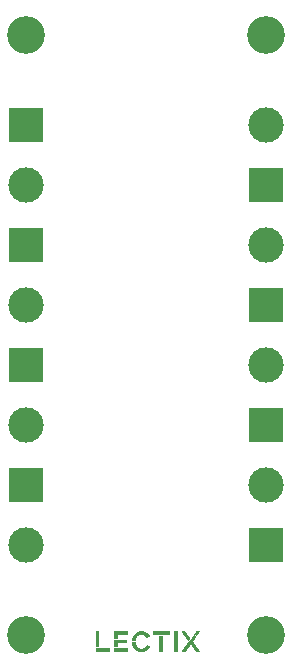
<source format=gts>
G04 #@! TF.GenerationSoftware,KiCad,Pcbnew,6.0.9-8da3e8f707~116~ubuntu20.04.1*
G04 #@! TF.CreationDate,2023-04-19T17:37:20+00:00*
G04 #@! TF.ProjectId,LEC030001,4c454330-3330-4303-9031-2e6b69636164,rev?*
G04 #@! TF.SameCoordinates,Original*
G04 #@! TF.FileFunction,Soldermask,Top*
G04 #@! TF.FilePolarity,Negative*
%FSLAX46Y46*%
G04 Gerber Fmt 4.6, Leading zero omitted, Abs format (unit mm)*
G04 Created by KiCad (PCBNEW 6.0.9-8da3e8f707~116~ubuntu20.04.1) date 2023-04-19 17:37:20*
%MOMM*%
%LPD*%
G01*
G04 APERTURE LIST*
%ADD10C,0.010000*%
%ADD11C,3.200000*%
%ADD12R,3.000000X3.000000*%
%ADD13C,3.000000*%
G04 APERTURE END LIST*
G04 #@! TO.C,LOGO1*
G36*
X194990720Y-101495480D02*
G01*
X193621660Y-101495480D01*
X193621660Y-101274500D01*
X194990720Y-101274500D01*
X194990720Y-101495480D01*
G37*
D10*
X194990720Y-101495480D02*
X193621660Y-101495480D01*
X193621660Y-101274500D01*
X194990720Y-101274500D01*
X194990720Y-101495480D01*
G36*
X191358520Y-102209220D02*
G01*
X190599060Y-102209220D01*
X190599060Y-102552120D01*
X190378080Y-102552120D01*
X190378080Y-101985700D01*
X191358520Y-101985700D01*
X191358520Y-102209220D01*
G37*
X191358520Y-102209220D02*
X190599060Y-102209220D01*
X190599060Y-102552120D01*
X190378080Y-102552120D01*
X190378080Y-101985700D01*
X191358520Y-101985700D01*
X191358520Y-102209220D01*
G36*
X195658740Y-102945820D02*
G01*
X195437760Y-102945820D01*
X195437760Y-101274500D01*
X195658740Y-101274500D01*
X195658740Y-102945820D01*
G37*
X195658740Y-102945820D02*
X195437760Y-102945820D01*
X195437760Y-101274500D01*
X195658740Y-101274500D01*
X195658740Y-102945820D01*
G36*
X196300968Y-101274500D02*
G01*
X196506269Y-101557044D01*
X196530799Y-101590835D01*
X196554493Y-101623537D01*
X196577180Y-101654909D01*
X196598689Y-101684714D01*
X196618848Y-101712711D01*
X196637487Y-101738663D01*
X196654435Y-101762329D01*
X196669520Y-101783470D01*
X196682571Y-101801848D01*
X196693418Y-101817223D01*
X196701889Y-101829356D01*
X196707814Y-101838009D01*
X196711021Y-101842942D01*
X196711570Y-101844021D01*
X196710129Y-101847001D01*
X196706077Y-101853439D01*
X196699817Y-101862779D01*
X196691755Y-101874461D01*
X196682293Y-101887928D01*
X196671838Y-101902622D01*
X196660793Y-101917984D01*
X196649562Y-101933457D01*
X196638551Y-101948483D01*
X196628162Y-101962504D01*
X196618801Y-101974962D01*
X196610872Y-101985298D01*
X196604779Y-101992955D01*
X196600927Y-101997375D01*
X196599810Y-101998247D01*
X196598071Y-101996223D01*
X196593504Y-101990295D01*
X196586264Y-101980671D01*
X196576502Y-101967561D01*
X196564373Y-101951174D01*
X196550029Y-101931719D01*
X196533625Y-101909405D01*
X196515313Y-101884442D01*
X196495247Y-101857037D01*
X196473579Y-101827402D01*
X196450465Y-101795743D01*
X196426056Y-101762272D01*
X196400506Y-101727196D01*
X196373968Y-101690724D01*
X196346596Y-101653067D01*
X196338190Y-101641493D01*
X196310558Y-101603445D01*
X196283707Y-101566468D01*
X196257789Y-101530772D01*
X196232960Y-101496572D01*
X196209374Y-101464081D01*
X196187186Y-101433511D01*
X196166549Y-101405075D01*
X196147618Y-101378985D01*
X196130548Y-101355456D01*
X196115493Y-101334699D01*
X196102608Y-101316927D01*
X196092047Y-101302354D01*
X196083964Y-101291192D01*
X196078514Y-101283654D01*
X196075851Y-101279952D01*
X196075625Y-101279630D01*
X196074877Y-101278417D01*
X196074715Y-101277412D01*
X196075563Y-101276595D01*
X196077844Y-101275947D01*
X196081981Y-101275449D01*
X196088399Y-101275081D01*
X196097522Y-101274823D01*
X196109772Y-101274655D01*
X196125573Y-101274559D01*
X196145349Y-101274514D01*
X196169525Y-101274500D01*
X196186554Y-101274499D01*
X196300968Y-101274500D01*
G37*
X196300968Y-101274500D02*
X196506269Y-101557044D01*
X196530799Y-101590835D01*
X196554493Y-101623537D01*
X196577180Y-101654909D01*
X196598689Y-101684714D01*
X196618848Y-101712711D01*
X196637487Y-101738663D01*
X196654435Y-101762329D01*
X196669520Y-101783470D01*
X196682571Y-101801848D01*
X196693418Y-101817223D01*
X196701889Y-101829356D01*
X196707814Y-101838009D01*
X196711021Y-101842942D01*
X196711570Y-101844021D01*
X196710129Y-101847001D01*
X196706077Y-101853439D01*
X196699817Y-101862779D01*
X196691755Y-101874461D01*
X196682293Y-101887928D01*
X196671838Y-101902622D01*
X196660793Y-101917984D01*
X196649562Y-101933457D01*
X196638551Y-101948483D01*
X196628162Y-101962504D01*
X196618801Y-101974962D01*
X196610872Y-101985298D01*
X196604779Y-101992955D01*
X196600927Y-101997375D01*
X196599810Y-101998247D01*
X196598071Y-101996223D01*
X196593504Y-101990295D01*
X196586264Y-101980671D01*
X196576502Y-101967561D01*
X196564373Y-101951174D01*
X196550029Y-101931719D01*
X196533625Y-101909405D01*
X196515313Y-101884442D01*
X196495247Y-101857037D01*
X196473579Y-101827402D01*
X196450465Y-101795743D01*
X196426056Y-101762272D01*
X196400506Y-101727196D01*
X196373968Y-101690724D01*
X196346596Y-101653067D01*
X196338190Y-101641493D01*
X196310558Y-101603445D01*
X196283707Y-101566468D01*
X196257789Y-101530772D01*
X196232960Y-101496572D01*
X196209374Y-101464081D01*
X196187186Y-101433511D01*
X196166549Y-101405075D01*
X196147618Y-101378985D01*
X196130548Y-101355456D01*
X196115493Y-101334699D01*
X196102608Y-101316927D01*
X196092047Y-101302354D01*
X196083964Y-101291192D01*
X196078514Y-101283654D01*
X196075851Y-101279952D01*
X196075625Y-101279630D01*
X196074877Y-101278417D01*
X196074715Y-101277412D01*
X196075563Y-101276595D01*
X196077844Y-101275947D01*
X196081981Y-101275449D01*
X196088399Y-101275081D01*
X196097522Y-101274823D01*
X196109772Y-101274655D01*
X196125573Y-101274559D01*
X196145349Y-101274514D01*
X196169525Y-101274500D01*
X196186554Y-101274499D01*
X196300968Y-101274500D01*
G36*
X192098402Y-102235255D02*
G01*
X192103120Y-102284642D01*
X192112714Y-102333391D01*
X192126988Y-102381126D01*
X192145743Y-102427472D01*
X192168784Y-102472055D01*
X192195913Y-102514500D01*
X192226933Y-102554432D01*
X192261648Y-102591476D01*
X192299860Y-102625258D01*
X192305940Y-102630066D01*
X192346038Y-102658193D01*
X192389345Y-102682754D01*
X192435214Y-102703491D01*
X192482999Y-102720147D01*
X192532054Y-102732466D01*
X192581733Y-102740191D01*
X192583061Y-102740331D01*
X192604417Y-102741812D01*
X192629012Y-102742277D01*
X192655170Y-102741784D01*
X192681216Y-102740393D01*
X192705475Y-102738161D01*
X192725040Y-102735369D01*
X192775420Y-102723968D01*
X192824171Y-102708011D01*
X192870973Y-102687722D01*
X192915506Y-102663326D01*
X192957447Y-102635050D01*
X192996477Y-102603119D01*
X193032275Y-102567757D01*
X193064521Y-102529189D01*
X193092893Y-102487642D01*
X193103459Y-102469570D01*
X193107764Y-102461866D01*
X193110977Y-102456162D01*
X193112419Y-102453660D01*
X193112428Y-102453648D01*
X193114718Y-102454589D01*
X193120966Y-102457586D01*
X193130622Y-102462356D01*
X193143134Y-102468617D01*
X193157950Y-102476087D01*
X193174518Y-102484484D01*
X193192288Y-102493526D01*
X193210709Y-102502930D01*
X193229227Y-102512414D01*
X193247292Y-102521697D01*
X193264353Y-102530496D01*
X193279857Y-102538530D01*
X193293254Y-102545515D01*
X193303992Y-102551170D01*
X193311519Y-102555212D01*
X193315284Y-102557360D01*
X193315579Y-102557574D01*
X193316342Y-102559476D01*
X193315650Y-102562864D01*
X193313236Y-102568246D01*
X193308829Y-102576130D01*
X193302161Y-102587022D01*
X193292963Y-102601432D01*
X193289532Y-102606730D01*
X193253745Y-102657247D01*
X193214233Y-102704456D01*
X193171253Y-102748181D01*
X193125061Y-102788245D01*
X193075915Y-102824473D01*
X193024071Y-102856690D01*
X192969786Y-102884719D01*
X192913317Y-102908386D01*
X192854922Y-102927513D01*
X192801386Y-102940608D01*
X192780451Y-102944715D01*
X192761307Y-102947937D01*
X192742786Y-102950387D01*
X192723721Y-102952177D01*
X192702944Y-102953419D01*
X192679286Y-102954226D01*
X192655190Y-102954665D01*
X192636965Y-102954860D01*
X192620071Y-102954960D01*
X192605281Y-102954966D01*
X192593367Y-102954880D01*
X192585103Y-102954704D01*
X192581530Y-102954485D01*
X192575642Y-102953741D01*
X192566310Y-102952630D01*
X192555138Y-102951341D01*
X192549780Y-102950735D01*
X192494003Y-102942047D01*
X192438007Y-102928574D01*
X192382401Y-102910545D01*
X192327794Y-102888188D01*
X192274797Y-102861731D01*
X192224019Y-102831401D01*
X192215770Y-102825955D01*
X192185798Y-102805098D01*
X192159044Y-102784653D01*
X192133942Y-102763317D01*
X192108927Y-102739790D01*
X192093718Y-102724501D01*
X192051520Y-102677656D01*
X192013616Y-102628179D01*
X191980086Y-102576236D01*
X191951014Y-102521994D01*
X191926482Y-102465618D01*
X191906574Y-102407274D01*
X191891371Y-102347129D01*
X191883187Y-102301477D01*
X191881980Y-102292261D01*
X191880577Y-102279810D01*
X191879087Y-102265307D01*
X191877618Y-102249937D01*
X191876281Y-102234885D01*
X191875185Y-102221334D01*
X191874438Y-102210470D01*
X191874150Y-102203505D01*
X191876602Y-102203107D01*
X191883621Y-102202738D01*
X191894692Y-102202405D01*
X191909304Y-102202119D01*
X191926941Y-102201886D01*
X191947091Y-102201717D01*
X191969241Y-102201620D01*
X191985519Y-102201600D01*
X192096899Y-102201600D01*
X192098402Y-102235255D01*
G37*
X192098402Y-102235255D02*
X192103120Y-102284642D01*
X192112714Y-102333391D01*
X192126988Y-102381126D01*
X192145743Y-102427472D01*
X192168784Y-102472055D01*
X192195913Y-102514500D01*
X192226933Y-102554432D01*
X192261648Y-102591476D01*
X192299860Y-102625258D01*
X192305940Y-102630066D01*
X192346038Y-102658193D01*
X192389345Y-102682754D01*
X192435214Y-102703491D01*
X192482999Y-102720147D01*
X192532054Y-102732466D01*
X192581733Y-102740191D01*
X192583061Y-102740331D01*
X192604417Y-102741812D01*
X192629012Y-102742277D01*
X192655170Y-102741784D01*
X192681216Y-102740393D01*
X192705475Y-102738161D01*
X192725040Y-102735369D01*
X192775420Y-102723968D01*
X192824171Y-102708011D01*
X192870973Y-102687722D01*
X192915506Y-102663326D01*
X192957447Y-102635050D01*
X192996477Y-102603119D01*
X193032275Y-102567757D01*
X193064521Y-102529189D01*
X193092893Y-102487642D01*
X193103459Y-102469570D01*
X193107764Y-102461866D01*
X193110977Y-102456162D01*
X193112419Y-102453660D01*
X193112428Y-102453648D01*
X193114718Y-102454589D01*
X193120966Y-102457586D01*
X193130622Y-102462356D01*
X193143134Y-102468617D01*
X193157950Y-102476087D01*
X193174518Y-102484484D01*
X193192288Y-102493526D01*
X193210709Y-102502930D01*
X193229227Y-102512414D01*
X193247292Y-102521697D01*
X193264353Y-102530496D01*
X193279857Y-102538530D01*
X193293254Y-102545515D01*
X193303992Y-102551170D01*
X193311519Y-102555212D01*
X193315284Y-102557360D01*
X193315579Y-102557574D01*
X193316342Y-102559476D01*
X193315650Y-102562864D01*
X193313236Y-102568246D01*
X193308829Y-102576130D01*
X193302161Y-102587022D01*
X193292963Y-102601432D01*
X193289532Y-102606730D01*
X193253745Y-102657247D01*
X193214233Y-102704456D01*
X193171253Y-102748181D01*
X193125061Y-102788245D01*
X193075915Y-102824473D01*
X193024071Y-102856690D01*
X192969786Y-102884719D01*
X192913317Y-102908386D01*
X192854922Y-102927513D01*
X192801386Y-102940608D01*
X192780451Y-102944715D01*
X192761307Y-102947937D01*
X192742786Y-102950387D01*
X192723721Y-102952177D01*
X192702944Y-102953419D01*
X192679286Y-102954226D01*
X192655190Y-102954665D01*
X192636965Y-102954860D01*
X192620071Y-102954960D01*
X192605281Y-102954966D01*
X192593367Y-102954880D01*
X192585103Y-102954704D01*
X192581530Y-102954485D01*
X192575642Y-102953741D01*
X192566310Y-102952630D01*
X192555138Y-102951341D01*
X192549780Y-102950735D01*
X192494003Y-102942047D01*
X192438007Y-102928574D01*
X192382401Y-102910545D01*
X192327794Y-102888188D01*
X192274797Y-102861731D01*
X192224019Y-102831401D01*
X192215770Y-102825955D01*
X192185798Y-102805098D01*
X192159044Y-102784653D01*
X192133942Y-102763317D01*
X192108927Y-102739790D01*
X192093718Y-102724501D01*
X192051520Y-102677656D01*
X192013616Y-102628179D01*
X191980086Y-102576236D01*
X191951014Y-102521994D01*
X191926482Y-102465618D01*
X191906574Y-102407274D01*
X191891371Y-102347129D01*
X191883187Y-102301477D01*
X191881980Y-102292261D01*
X191880577Y-102279810D01*
X191879087Y-102265307D01*
X191877618Y-102249937D01*
X191876281Y-102234885D01*
X191875185Y-102221334D01*
X191874438Y-102210470D01*
X191874150Y-102203505D01*
X191876602Y-102203107D01*
X191883621Y-102202738D01*
X191894692Y-102202405D01*
X191909304Y-102202119D01*
X191926941Y-102201886D01*
X191947091Y-102201717D01*
X191969241Y-102201620D01*
X191985519Y-102201600D01*
X192096899Y-102201600D01*
X192098402Y-102235255D01*
G36*
X191472820Y-102953440D02*
G01*
X190380620Y-102953440D01*
X190380620Y-102729920D01*
X191472820Y-102729920D01*
X191472820Y-102953440D01*
G37*
X191472820Y-102953440D02*
X190380620Y-102953440D01*
X190380620Y-102729920D01*
X191472820Y-102729920D01*
X191472820Y-102953440D01*
G36*
X192666209Y-101271115D02*
G01*
X192687949Y-101271898D01*
X192706476Y-101273135D01*
X192714880Y-101274013D01*
X192776536Y-101284111D01*
X192836482Y-101298858D01*
X192894502Y-101318120D01*
X192950380Y-101341760D01*
X193003901Y-101369642D01*
X193054850Y-101401632D01*
X193103012Y-101437592D01*
X193148171Y-101477388D01*
X193190111Y-101520884D01*
X193228617Y-101567944D01*
X193263475Y-101618433D01*
X193264753Y-101620462D01*
X193270950Y-101630604D01*
X193275873Y-101639176D01*
X193279032Y-101645284D01*
X193279933Y-101648034D01*
X193279927Y-101648046D01*
X193277616Y-101649794D01*
X193271584Y-101653936D01*
X193262376Y-101660116D01*
X193250541Y-101667976D01*
X193236627Y-101677159D01*
X193221181Y-101687308D01*
X193204750Y-101698066D01*
X193187883Y-101709075D01*
X193171127Y-101719979D01*
X193155029Y-101730419D01*
X193140138Y-101740039D01*
X193127000Y-101748482D01*
X193116165Y-101755390D01*
X193108178Y-101760407D01*
X193103588Y-101763174D01*
X193102794Y-101763584D01*
X193099968Y-101762718D01*
X193095905Y-101758095D01*
X193090305Y-101749339D01*
X193087184Y-101743914D01*
X193070089Y-101716428D01*
X193049427Y-101688002D01*
X193026229Y-101659852D01*
X193001528Y-101633197D01*
X192976356Y-101609254D01*
X192964480Y-101599140D01*
X192923846Y-101569172D01*
X192880247Y-101543127D01*
X192834196Y-101521226D01*
X192786208Y-101503690D01*
X192736797Y-101490740D01*
X192696452Y-101483813D01*
X192674946Y-101481768D01*
X192650221Y-101480722D01*
X192623760Y-101480637D01*
X192597045Y-101481480D01*
X192571557Y-101483214D01*
X192548779Y-101485804D01*
X192537826Y-101487603D01*
X192487286Y-101499608D01*
X192438775Y-101516099D01*
X192392534Y-101536857D01*
X192348804Y-101561666D01*
X192307826Y-101590308D01*
X192269841Y-101622566D01*
X192235090Y-101658223D01*
X192203814Y-101697062D01*
X192176252Y-101738864D01*
X192152648Y-101783413D01*
X192133240Y-101830492D01*
X192123199Y-101861621D01*
X192112556Y-101906052D01*
X192105928Y-101952105D01*
X192103432Y-101990145D01*
X192102028Y-102031420D01*
X191881031Y-102031420D01*
X191882507Y-101986335D01*
X191886951Y-101926765D01*
X191896239Y-101868219D01*
X191910196Y-101810945D01*
X191928643Y-101755192D01*
X191951405Y-101701206D01*
X191978306Y-101649239D01*
X192009168Y-101599537D01*
X192043816Y-101552349D01*
X192082073Y-101507923D01*
X192123762Y-101466510D01*
X192168708Y-101428355D01*
X192216733Y-101393709D01*
X192267661Y-101362820D01*
X192321316Y-101335936D01*
X192354200Y-101322046D01*
X192407077Y-101303465D01*
X192461789Y-101288763D01*
X192519205Y-101277716D01*
X192534540Y-101275434D01*
X192550719Y-101273688D01*
X192570782Y-101272339D01*
X192593544Y-101271399D01*
X192617825Y-101270875D01*
X192642441Y-101270777D01*
X192666209Y-101271115D01*
G37*
X192666209Y-101271115D02*
X192687949Y-101271898D01*
X192706476Y-101273135D01*
X192714880Y-101274013D01*
X192776536Y-101284111D01*
X192836482Y-101298858D01*
X192894502Y-101318120D01*
X192950380Y-101341760D01*
X193003901Y-101369642D01*
X193054850Y-101401632D01*
X193103012Y-101437592D01*
X193148171Y-101477388D01*
X193190111Y-101520884D01*
X193228617Y-101567944D01*
X193263475Y-101618433D01*
X193264753Y-101620462D01*
X193270950Y-101630604D01*
X193275873Y-101639176D01*
X193279032Y-101645284D01*
X193279933Y-101648034D01*
X193279927Y-101648046D01*
X193277616Y-101649794D01*
X193271584Y-101653936D01*
X193262376Y-101660116D01*
X193250541Y-101667976D01*
X193236627Y-101677159D01*
X193221181Y-101687308D01*
X193204750Y-101698066D01*
X193187883Y-101709075D01*
X193171127Y-101719979D01*
X193155029Y-101730419D01*
X193140138Y-101740039D01*
X193127000Y-101748482D01*
X193116165Y-101755390D01*
X193108178Y-101760407D01*
X193103588Y-101763174D01*
X193102794Y-101763584D01*
X193099968Y-101762718D01*
X193095905Y-101758095D01*
X193090305Y-101749339D01*
X193087184Y-101743914D01*
X193070089Y-101716428D01*
X193049427Y-101688002D01*
X193026229Y-101659852D01*
X193001528Y-101633197D01*
X192976356Y-101609254D01*
X192964480Y-101599140D01*
X192923846Y-101569172D01*
X192880247Y-101543127D01*
X192834196Y-101521226D01*
X192786208Y-101503690D01*
X192736797Y-101490740D01*
X192696452Y-101483813D01*
X192674946Y-101481768D01*
X192650221Y-101480722D01*
X192623760Y-101480637D01*
X192597045Y-101481480D01*
X192571557Y-101483214D01*
X192548779Y-101485804D01*
X192537826Y-101487603D01*
X192487286Y-101499608D01*
X192438775Y-101516099D01*
X192392534Y-101536857D01*
X192348804Y-101561666D01*
X192307826Y-101590308D01*
X192269841Y-101622566D01*
X192235090Y-101658223D01*
X192203814Y-101697062D01*
X192176252Y-101738864D01*
X192152648Y-101783413D01*
X192133240Y-101830492D01*
X192123199Y-101861621D01*
X192112556Y-101906052D01*
X192105928Y-101952105D01*
X192103432Y-101990145D01*
X192102028Y-102031420D01*
X191881031Y-102031420D01*
X191882507Y-101986335D01*
X191886951Y-101926765D01*
X191896239Y-101868219D01*
X191910196Y-101810945D01*
X191928643Y-101755192D01*
X191951405Y-101701206D01*
X191978306Y-101649239D01*
X192009168Y-101599537D01*
X192043816Y-101552349D01*
X192082073Y-101507923D01*
X192123762Y-101466510D01*
X192168708Y-101428355D01*
X192216733Y-101393709D01*
X192267661Y-101362820D01*
X192321316Y-101335936D01*
X192354200Y-101322046D01*
X192407077Y-101303465D01*
X192461789Y-101288763D01*
X192519205Y-101277716D01*
X192534540Y-101275434D01*
X192550719Y-101273688D01*
X192570782Y-101272339D01*
X192593544Y-101271399D01*
X192617825Y-101270875D01*
X192642441Y-101270777D01*
X192666209Y-101271115D01*
G36*
X189928500Y-102953440D02*
G01*
X188780420Y-102953440D01*
X188780420Y-102729920D01*
X189928500Y-102729920D01*
X189928500Y-102953440D01*
G37*
X189928500Y-102953440D02*
X188780420Y-102953440D01*
X188780420Y-102729920D01*
X189928500Y-102729920D01*
X189928500Y-102953440D01*
G36*
X194411600Y-102945820D02*
G01*
X194190620Y-102945820D01*
X194190620Y-101663120D01*
X194411600Y-101663120D01*
X194411600Y-102945820D01*
G37*
X194411600Y-102945820D02*
X194190620Y-102945820D01*
X194190620Y-101663120D01*
X194411600Y-101663120D01*
X194411600Y-102945820D01*
G36*
X197416304Y-101280092D02*
G01*
X197434850Y-101280188D01*
X197548296Y-101280850D01*
X197242148Y-101699183D01*
X197212064Y-101740298D01*
X197182787Y-101780325D01*
X197154458Y-101819069D01*
X197127217Y-101856338D01*
X197101206Y-101891940D01*
X197076566Y-101925680D01*
X197053436Y-101957366D01*
X197031957Y-101986806D01*
X197012271Y-102013806D01*
X196994518Y-102038172D01*
X196978839Y-102059713D01*
X196965374Y-102078236D01*
X196954265Y-102093546D01*
X196945651Y-102105452D01*
X196939674Y-102113760D01*
X196936474Y-102118277D01*
X196935946Y-102119087D01*
X196937407Y-102121269D01*
X196941707Y-102127370D01*
X196948703Y-102137192D01*
X196958256Y-102150541D01*
X196970224Y-102167220D01*
X196984465Y-102187032D01*
X197000838Y-102209783D01*
X197019202Y-102235275D01*
X197039416Y-102263314D01*
X197061337Y-102293701D01*
X197084825Y-102326243D01*
X197109739Y-102360742D01*
X197135938Y-102397003D01*
X197163279Y-102434829D01*
X197191622Y-102474025D01*
X197220825Y-102514395D01*
X197232671Y-102530766D01*
X197262190Y-102571564D01*
X197290913Y-102611274D01*
X197318699Y-102649701D01*
X197345405Y-102686647D01*
X197370889Y-102721916D01*
X197395010Y-102755310D01*
X197417626Y-102786635D01*
X197438595Y-102815692D01*
X197457775Y-102842285D01*
X197475025Y-102866218D01*
X197490202Y-102887293D01*
X197503164Y-102905315D01*
X197513770Y-102920086D01*
X197521878Y-102931411D01*
X197527346Y-102939091D01*
X197530033Y-102942932D01*
X197530296Y-102943347D01*
X197528016Y-102943981D01*
X197520822Y-102944522D01*
X197508878Y-102944969D01*
X197492349Y-102945317D01*
X197471400Y-102945563D01*
X197446196Y-102945703D01*
X197417266Y-102945734D01*
X197303390Y-102945649D01*
X197062090Y-102611780D01*
X197035526Y-102575037D01*
X197009765Y-102539426D01*
X196984965Y-102505163D01*
X196961283Y-102472466D01*
X196938876Y-102441550D01*
X196917902Y-102412632D01*
X196898517Y-102385929D01*
X196880880Y-102361658D01*
X196865147Y-102340034D01*
X196851475Y-102321274D01*
X196840023Y-102305596D01*
X196830948Y-102293215D01*
X196824406Y-102284347D01*
X196820556Y-102279211D01*
X196819520Y-102277933D01*
X196817906Y-102279950D01*
X196813455Y-102285854D01*
X196806324Y-102295427D01*
X196796674Y-102308455D01*
X196784661Y-102324722D01*
X196770447Y-102344010D01*
X196754188Y-102366106D01*
X196736044Y-102390791D01*
X196716173Y-102417851D01*
X196694734Y-102447070D01*
X196671887Y-102478231D01*
X196647789Y-102511119D01*
X196622600Y-102545518D01*
X196596477Y-102581211D01*
X196575680Y-102609644D01*
X196548925Y-102646214D01*
X196522965Y-102681667D01*
X196497961Y-102715786D01*
X196474072Y-102748355D01*
X196451458Y-102779156D01*
X196430279Y-102807973D01*
X196410693Y-102834589D01*
X196392863Y-102858787D01*
X196376946Y-102880350D01*
X196363102Y-102899061D01*
X196351493Y-102914704D01*
X196342276Y-102927061D01*
X196335613Y-102935916D01*
X196331662Y-102941051D01*
X196330570Y-102942335D01*
X196327574Y-102942529D01*
X196320025Y-102942680D01*
X196308450Y-102942789D01*
X196293375Y-102942853D01*
X196275327Y-102942870D01*
X196254833Y-102942839D01*
X196232419Y-102942759D01*
X196215648Y-102942672D01*
X196103267Y-102942010D01*
X196709225Y-102113970D01*
X196751717Y-102055907D01*
X196793457Y-101998878D01*
X196834343Y-101943019D01*
X196874276Y-101888469D01*
X196913154Y-101835363D01*
X196950878Y-101783839D01*
X196987347Y-101734036D01*
X197022459Y-101686089D01*
X197056115Y-101640136D01*
X197088214Y-101596314D01*
X197118655Y-101554761D01*
X197147338Y-101515614D01*
X197174162Y-101479011D01*
X197199027Y-101445087D01*
X197221832Y-101413981D01*
X197242477Y-101385831D01*
X197260860Y-101360772D01*
X197276882Y-101338943D01*
X197290441Y-101320481D01*
X197301437Y-101305522D01*
X197309771Y-101294205D01*
X197315340Y-101286667D01*
X197318045Y-101283044D01*
X197318294Y-101282728D01*
X197320129Y-101281936D01*
X197324193Y-101281292D01*
X197330860Y-101280789D01*
X197340504Y-101280418D01*
X197353497Y-101280171D01*
X197370212Y-101280039D01*
X197391024Y-101280016D01*
X197416304Y-101280092D01*
G37*
X197416304Y-101280092D02*
X197434850Y-101280188D01*
X197548296Y-101280850D01*
X197242148Y-101699183D01*
X197212064Y-101740298D01*
X197182787Y-101780325D01*
X197154458Y-101819069D01*
X197127217Y-101856338D01*
X197101206Y-101891940D01*
X197076566Y-101925680D01*
X197053436Y-101957366D01*
X197031957Y-101986806D01*
X197012271Y-102013806D01*
X196994518Y-102038172D01*
X196978839Y-102059713D01*
X196965374Y-102078236D01*
X196954265Y-102093546D01*
X196945651Y-102105452D01*
X196939674Y-102113760D01*
X196936474Y-102118277D01*
X196935946Y-102119087D01*
X196937407Y-102121269D01*
X196941707Y-102127370D01*
X196948703Y-102137192D01*
X196958256Y-102150541D01*
X196970224Y-102167220D01*
X196984465Y-102187032D01*
X197000838Y-102209783D01*
X197019202Y-102235275D01*
X197039416Y-102263314D01*
X197061337Y-102293701D01*
X197084825Y-102326243D01*
X197109739Y-102360742D01*
X197135938Y-102397003D01*
X197163279Y-102434829D01*
X197191622Y-102474025D01*
X197220825Y-102514395D01*
X197232671Y-102530766D01*
X197262190Y-102571564D01*
X197290913Y-102611274D01*
X197318699Y-102649701D01*
X197345405Y-102686647D01*
X197370889Y-102721916D01*
X197395010Y-102755310D01*
X197417626Y-102786635D01*
X197438595Y-102815692D01*
X197457775Y-102842285D01*
X197475025Y-102866218D01*
X197490202Y-102887293D01*
X197503164Y-102905315D01*
X197513770Y-102920086D01*
X197521878Y-102931411D01*
X197527346Y-102939091D01*
X197530033Y-102942932D01*
X197530296Y-102943347D01*
X197528016Y-102943981D01*
X197520822Y-102944522D01*
X197508878Y-102944969D01*
X197492349Y-102945317D01*
X197471400Y-102945563D01*
X197446196Y-102945703D01*
X197417266Y-102945734D01*
X197303390Y-102945649D01*
X197062090Y-102611780D01*
X197035526Y-102575037D01*
X197009765Y-102539426D01*
X196984965Y-102505163D01*
X196961283Y-102472466D01*
X196938876Y-102441550D01*
X196917902Y-102412632D01*
X196898517Y-102385929D01*
X196880880Y-102361658D01*
X196865147Y-102340034D01*
X196851475Y-102321274D01*
X196840023Y-102305596D01*
X196830948Y-102293215D01*
X196824406Y-102284347D01*
X196820556Y-102279211D01*
X196819520Y-102277933D01*
X196817906Y-102279950D01*
X196813455Y-102285854D01*
X196806324Y-102295427D01*
X196796674Y-102308455D01*
X196784661Y-102324722D01*
X196770447Y-102344010D01*
X196754188Y-102366106D01*
X196736044Y-102390791D01*
X196716173Y-102417851D01*
X196694734Y-102447070D01*
X196671887Y-102478231D01*
X196647789Y-102511119D01*
X196622600Y-102545518D01*
X196596477Y-102581211D01*
X196575680Y-102609644D01*
X196548925Y-102646214D01*
X196522965Y-102681667D01*
X196497961Y-102715786D01*
X196474072Y-102748355D01*
X196451458Y-102779156D01*
X196430279Y-102807973D01*
X196410693Y-102834589D01*
X196392863Y-102858787D01*
X196376946Y-102880350D01*
X196363102Y-102899061D01*
X196351493Y-102914704D01*
X196342276Y-102927061D01*
X196335613Y-102935916D01*
X196331662Y-102941051D01*
X196330570Y-102942335D01*
X196327574Y-102942529D01*
X196320025Y-102942680D01*
X196308450Y-102942789D01*
X196293375Y-102942853D01*
X196275327Y-102942870D01*
X196254833Y-102942839D01*
X196232419Y-102942759D01*
X196215648Y-102942672D01*
X196103267Y-102942010D01*
X196709225Y-102113970D01*
X196751717Y-102055907D01*
X196793457Y-101998878D01*
X196834343Y-101943019D01*
X196874276Y-101888469D01*
X196913154Y-101835363D01*
X196950878Y-101783839D01*
X196987347Y-101734036D01*
X197022459Y-101686089D01*
X197056115Y-101640136D01*
X197088214Y-101596314D01*
X197118655Y-101554761D01*
X197147338Y-101515614D01*
X197174162Y-101479011D01*
X197199027Y-101445087D01*
X197221832Y-101413981D01*
X197242477Y-101385831D01*
X197260860Y-101360772D01*
X197276882Y-101338943D01*
X197290441Y-101320481D01*
X197301437Y-101305522D01*
X197309771Y-101294205D01*
X197315340Y-101286667D01*
X197318045Y-101283044D01*
X197318294Y-101282728D01*
X197320129Y-101281936D01*
X197324193Y-101281292D01*
X197330860Y-101280789D01*
X197340504Y-101280418D01*
X197353497Y-101280171D01*
X197370212Y-101280039D01*
X197391024Y-101280016D01*
X197416304Y-101280092D01*
G36*
X191472820Y-101487860D02*
G01*
X190599060Y-101487860D01*
X190599060Y-101800280D01*
X190375540Y-101800280D01*
X190375540Y-101266880D01*
X191472820Y-101266880D01*
X191472820Y-101487860D01*
G37*
X191472820Y-101487860D02*
X190599060Y-101487860D01*
X190599060Y-101800280D01*
X190375540Y-101800280D01*
X190375540Y-101266880D01*
X191472820Y-101266880D01*
X191472820Y-101487860D01*
G36*
X189001400Y-102552120D02*
G01*
X188780420Y-102552120D01*
X188780420Y-101277040D01*
X189001400Y-101277040D01*
X189001400Y-102552120D01*
G37*
X189001400Y-102552120D02*
X188780420Y-102552120D01*
X188780420Y-101277040D01*
X189001400Y-101277040D01*
X189001400Y-102552120D01*
G04 #@! TD*
D11*
G04 #@! TO.C,H3*
X203200000Y-101600000D03*
G04 #@! TD*
G04 #@! TO.C,H4*
X203200000Y-50800000D03*
G04 #@! TD*
D12*
G04 #@! TO.C,J5*
X203200000Y-83820000D03*
D13*
X203200000Y-78740000D03*
G04 #@! TD*
D12*
G04 #@! TO.C,J6*
X203200000Y-63500000D03*
D13*
X203200000Y-58420000D03*
G04 #@! TD*
D12*
G04 #@! TO.C,J7*
X203200000Y-93980000D03*
D13*
X203200000Y-88900000D03*
G04 #@! TD*
D12*
G04 #@! TO.C,J8*
X203200000Y-73660000D03*
D13*
X203200000Y-68580000D03*
G04 #@! TD*
D12*
G04 #@! TO.C,J2*
X182880000Y-78740000D03*
D13*
X182880000Y-83820000D03*
G04 #@! TD*
D11*
G04 #@! TO.C,H2*
X182880000Y-50800000D03*
G04 #@! TD*
G04 #@! TO.C,H1*
X182880000Y-101600000D03*
G04 #@! TD*
D12*
G04 #@! TO.C,J1*
X182880000Y-68580000D03*
D13*
X182880000Y-73660000D03*
G04 #@! TD*
D12*
G04 #@! TO.C,J4*
X182880000Y-88900000D03*
D13*
X182880000Y-93980000D03*
G04 #@! TD*
D12*
G04 #@! TO.C,J3*
X182880000Y-58420000D03*
D13*
X182880000Y-63500000D03*
G04 #@! TD*
M02*

</source>
